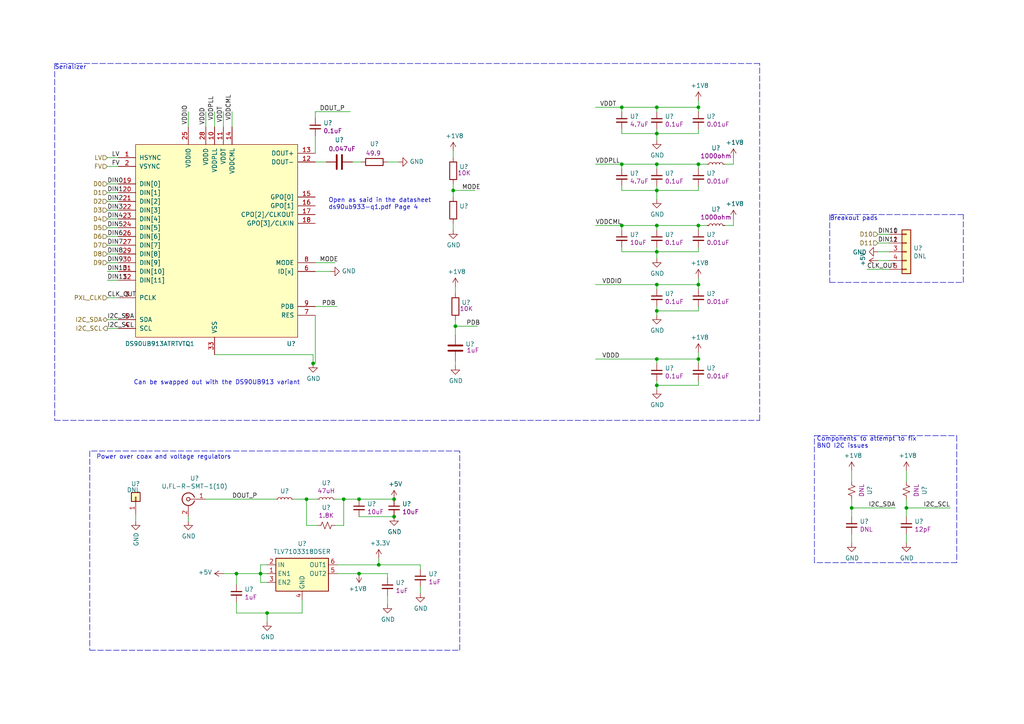
<source format=kicad_sch>
(kicad_sch (version 20211123) (generator eeschema)
  (paper "A4")
  (title_block (title "Miniscope-V4-Rigid-Flex") (date "2021-01-05") (rev "4.41") (company "Aharoni Lab"))
  (lib_symbols
    (symbol ".Capacitor:GRM033R61A104ME15D" (pin_numbers hide) (pin_names (offset 0.254) hide)
      (property "Reference" "C" (at 0.254 1.778 0))
      (property "Note" "0.1uF" (at 2.794 -2.032 0))
      (symbol "GRM033R61A104ME15D_0_1"
        (polyline (pts (xy -1.524 -0.508) (xy 1.524 -0.508)) (stroke (width 0.3302)))
        (polyline (pts (xy -1.524 0.508) (xy 1.524 0.508)) (stroke (width 0.3048)))
      )
      (symbol "GRM033R61A104ME15D_1_1"
        (pin passive line (at 0 2.54 270) (length 2.032) (name "~") (number "1"))
        (pin passive line (at 0 -2.54 90) (length 2.032) (name "~") (number "2"))
      )
    )
    (symbol ".Capacitor:GRM155R60J106ME15D" (pin_numbers hide) (pin_names (offset 0.254) hide)
      (property "Reference" "C" (at 0.254 1.778 0))
      (property "Note" "10uF" (at 2.794 -2.032 0))
      (symbol "GRM155R60J106ME15D_0_1"
        (polyline (pts (xy -1.524 -0.508) (xy 1.524 -0.508)) (stroke (width 0.3302)))
        (polyline (pts (xy -1.524 0.508) (xy 1.524 0.508)) (stroke (width 0.3048)))
      )
      (symbol "GRM155R60J106ME15D_1_1"
        (pin passive line (at 0 2.54 270) (length 2.032) (name "~") (number "1"))
        (pin passive line (at 0 -2.54 90) (length 2.032) (name "~") (number "2"))
      )
    )
    (symbol ".Connector:Conn_01x01" (pin_names (offset 1.016) hide)
      (property "Reference" "J" (at 0 2.54 0))
      (property "Value" "Conn_01x01" (at 0 -2.54 0))
      (symbol "Conn_01x01_1_1"
        (rectangle (start -1.27 0.127) (end 0 -0.127) (stroke (width 0.1524)))
        (rectangle (start -1.27 1.27) (end 1.27 -1.27) (stroke (width 0.254)) (fill (type background)))
        (pin passive line (at -5.08 0 0) (length 3.81) (name "Pin_1") (number "1"))
      )
    )
    (symbol ".Connector:SMA-J-P-H-RA-TH1" (pin_names (offset 1.016) hide)
      (property "Reference" "J" (at 0.254 3.048 0))
      (property "Value" "SMA-J-P-H-RA-TH1" (at 2.921 0 90))
      (symbol "SMA-J-P-H-RA-TH1_0_1"
        (arc (start -1.778 -0.508) (mid 0.2311 -1.8066) (end 1.778 0) (stroke (width 0.254)))
        (polyline (pts (xy -2.54 0) (xy -0.508 0)))
        (polyline (pts (xy 0 -2.54) (xy 0 -1.778)))
        (circle (center 0 0) (radius 0.508) (stroke (width 0.2032)))
        (arc (start 1.778 0) (mid 0.2099 1.8101) (end -1.778 0.508) (stroke (width 0.254)))
      )
      (symbol "SMA-J-P-H-RA-TH1_1_1"
        (pin passive line (at -5.08 0 0) (length 2.54) (name "In") (number "1"))
        (pin passive line (at 0 -5.08 90) (length 2.54) (name "Ext") (number "2"))
      )
    )
    (symbol ".Device:C" (pin_numbers hide) (pin_names (offset 0.254))
      (property "Reference" "C" (at 0.635 2.54 0))
      (property "Value" "C" (at 0.635 -2.54 0))
      (symbol "C_0_1"
        (polyline (pts (xy -2.032 -0.762) (xy 2.032 -0.762)) (stroke (width 0.508)))
        (polyline (pts (xy -2.032 0.762) (xy 2.032 0.762)) (stroke (width 0.508)))
      )
      (symbol "C_1_1"
        (pin passive line (at 0 3.81 270) (length 2.794) (name "~") (number "1"))
        (pin passive line (at 0 -3.81 90) (length 2.794) (name "~") (number "2"))
      )
    )
    (symbol ".Device:C_Small" (pin_numbers hide) (pin_names (offset 0.254) hide)
      (property "Reference" "C" (at 0.254 1.778 0))
      (property "Value" "C_Small" (at 0.254 -2.032 0))
      (symbol "C_Small_0_1"
        (polyline (pts (xy -1.524 -0.508) (xy 1.524 -0.508)) (stroke (width 0.3302)))
        (polyline (pts (xy -1.524 0.508) (xy 1.524 0.508)) (stroke (width 0.3048)))
      )
      (symbol "C_Small_1_1"
        (pin passive line (at 0 2.54 270) (length 2.032) (name "~") (number "1"))
        (pin passive line (at 0 -2.54 90) (length 2.032) (name "~") (number "2"))
      )
    )
    (symbol ".Device:L_Small" (pin_numbers hide) (pin_names (offset 0.254) hide)
      (property "Reference" "L" (at 0.762 1.016 0))
      (property "Value" "L_Small" (at 0.762 -1.016 0))
      (symbol "L_Small_0_1"
        (arc (start 0 -2.032) (mid 0.508 -1.524) (end 0 -1.016))
        (arc (start 0 -1.016) (mid 0.508 -0.508) (end 0 0))
        (arc (start 0 0) (mid 0.508 0.508) (end 0 1.016))
        (arc (start 0 1.016) (mid 0.508 1.524) (end 0 2.032))
      )
      (symbol "L_Small_1_1"
        (pin passive line (at 0 2.54 270) (length 0.508) (name "~") (number "1"))
        (pin passive line (at 0 -2.54 90) (length 0.508) (name "~") (number "2"))
      )
    )
    (symbol ".Device:R_Small_US" (pin_numbers hide) (pin_names (offset 0.254) hide)
      (property "Reference" "R" (at 0.762 0.508 0))
      (property "Value" "R_Small_US" (at 0.762 -1.016 0))
      (symbol "R_Small_US_1_1"
        (polyline (pts (xy 0 0) (xy 1.016 -0.381) (xy 0 -0.762) (xy -1.016 -1.143) (xy 0 -1.524)))
        (polyline (pts (xy 0 1.524) (xy 1.016 1.143) (xy 0 0.762) (xy -1.016 0.381) (xy 0 0)))
        (pin passive line (at 0 2.54 270) (length 1.016) (name "~") (number "1"))
        (pin passive line (at 0 -2.54 90) (length 1.016) (name "~") (number "2"))
      )
    )
    (symbol ".Inductor:ADL3225V-470MT-TL000" (pin_numbers hide) (pin_names (offset 0.254) hide)
      (property "Reference" "L" (at 0.762 1.016 0))
      (property "Note" "47uH" (at 3.302 -1.524 0))
      (symbol "ADL3225V-470MT-TL000_0_1"
        (arc (start 0 -2.032) (mid 0.508 -1.524) (end 0 -1.016))
        (arc (start 0 -1.016) (mid 0.508 -0.508) (end 0 0))
        (arc (start 0 0) (mid 0.508 0.508) (end 0 1.016))
        (arc (start 0 1.016) (mid 0.508 1.524) (end 0 2.032))
      )
      (symbol "ADL3225V-470MT-TL000_1_1"
        (pin passive line (at 0 2.54 270) (length 0.508) (name "~") (number "1"))
        (pin passive line (at 0 -2.54 90) (length 0.508) (name "~") (number "2"))
      )
    )
    (symbol ".Regulator_Linear:TLV7103318DSER"
      (property "Reference" "U" (at -3.81 5.715 0))
      (property "Value" "TLV7103318DSER" (at 0 5.715 0))
      (symbol "TLV7103318DSER_0_1"
        (rectangle (start -5.08 4.445) (end 10.16 -5.08) (stroke (width 0.254)) (fill (type background)))
      )
      (symbol "TLV7103318DSER_1_1"
        (pin input line (at -7.62 0 0) (length 2.54) (name "EN1") (number "1"))
        (pin power_in line (at -7.62 2.54 0) (length 2.54) (name "IN") (number "2"))
        (pin input line (at -7.62 -2.54 0) (length 2.54) (name "EN2") (number "3"))
        (pin power_in line (at 2.54 -7.62 90) (length 2.54) (name "GND") (number "4"))
        (pin power_out line (at 12.7 0 180) (length 2.54) (name "OUT2") (number "5"))
        (pin power_out line (at 12.7 2.54 180) (length 2.54) (name "OUT1") (number "6"))
      )
    )
    (symbol ".SERDES:DS90UB933-Q1" (pin_names (offset 1.016))
      (property "Reference" "U" (at -17.78 13.97 0))
      (property "Value" "DS90UB933-Q1" (at 24.13 12.7 0))
      (symbol "DS90UB933-Q1_0_1"
        (rectangle (start -17.78 11.43) (end 29.21 -44.45) (fill (type background)))
      )
      (symbol "DS90UB933-Q1_1_1"
        (pin input line (at -22.86 7.62 0) (length 5.08) (name "HSYNC") (number "1"))
        (pin power_in line (at 5.08 16.51 270) (length 5.08) (name "VDDPLL") (number "10"))
        (pin power_in line (at 7.62 16.51 270) (length 5.08) (name "VDDT") (number "11"))
        (pin bidirectional line (at 34.29 6.35 180) (length 5.08) (name "DOUT-") (number "12"))
        (pin bidirectional line (at 34.29 8.89 180) (length 5.08) (name "DOUT+") (number "13"))
        (pin power_in line (at 10.16 16.51 270) (length 5.08) (name "VDDCML") (number "14"))
        (pin output line (at 34.29 -3.81 180) (length 5.08) (name "GPO[0]") (number "15"))
        (pin output line (at 34.29 -6.35 180) (length 5.08) (name "GPO[1]") (number "16"))
        (pin output line (at 34.29 -8.89 180) (length 5.08) (name "CPO[2]/CLKOUT") (number "17"))
        (pin bidirectional line (at 34.29 -11.43 180) (length 5.08) (name "GPO[3]/CLKIN") (number "18"))
        (pin input line (at -22.86 0 0) (length 5.08) (name "DIN[0]") (number "19"))
        (pin input line (at -22.86 5.08 0) (length 5.08) (name "VSYNC") (number "2"))
        (pin input line (at -22.86 -2.54 0) (length 5.08) (name "DIN[1]") (number "20"))
        (pin input line (at -22.86 -5.08 0) (length 5.08) (name "DIN[2]") (number "21"))
        (pin input line (at -22.86 -7.62 0) (length 5.08) (name "DIN[3]") (number "22"))
        (pin input line (at -22.86 -10.16 0) (length 5.08) (name "DIN[4]") (number "23"))
        (pin input line (at -22.86 -12.7 0) (length 5.08) (name "DIN[5]") (number "24"))
        (pin power_in line (at -2.54 16.51 270) (length 5.08) (name "VDDIO") (number "25"))
        (pin input line (at -22.86 -15.24 0) (length 5.08) (name "DIN[6]") (number "26"))
        (pin input line (at -22.86 -17.78 0) (length 5.08) (name "DIN[7]") (number "27"))
        (pin power_in line (at 2.54 16.51 270) (length 5.08) (name "VDDD") (number "28"))
        (pin input line (at -22.86 -20.32 0) (length 5.08) (name "DIN[8]") (number "29"))
        (pin input line (at -22.86 -33.02 0) (length 5.08) (name "PCLK") (number "3"))
        (pin input line (at -22.86 -22.86 0) (length 5.08) (name "DIN[9]") (number "30"))
        (pin input line (at -22.86 -25.4 0) (length 5.08) (name "DIN[10]") (number "31"))
        (pin input line (at -22.86 -27.94 0) (length 5.08) (name "DIN[11]") (number "32"))
        (pin power_in line (at 5.08 -49.53 90) (length 5.08) (name "VSS") (number "33"))
        (pin bidirectional line (at -22.86 -41.91 0) (length 5.08) (name "SCL") (number "4"))
        (pin bidirectional line (at -22.86 -39.37 0) (length 5.08) (name "SDA") (number "5"))
        (pin bidirectional line (at 34.29 -25.4 180) (length 5.08) (name "ID[x]") (number "6"))
        (pin bidirectional line (at 34.29 -38.1 180) (length 5.08) (name "RES") (number "7"))
        (pin bidirectional line (at 34.29 -22.86 180) (length 5.08) (name "MODE") (number "8"))
        (pin bidirectional line (at 34.29 -35.56 180) (length 5.08) (name "PDB") (number "9"))
      )
    )
    (symbol "Connector_Generic:Conn_01x05" (pin_names (offset 1.016) hide)
      (property "Reference" "J" (at 0 7.62 0))
      (property "Value" "Conn_01x05" (at 0 -7.62 0))
      (symbol "Conn_01x05_1_1"
        (rectangle (start -1.27 -4.953) (end 0 -5.207) (stroke (width 0.1524)))
        (rectangle (start -1.27 -2.413) (end 0 -2.667) (stroke (width 0.1524)))
        (rectangle (start -1.27 0.127) (end 0 -0.127) (stroke (width 0.1524)))
        (rectangle (start -1.27 2.667) (end 0 2.413) (stroke (width 0.1524)))
        (rectangle (start -1.27 5.207) (end 0 4.953) (stroke (width 0.1524)))
        (rectangle (start -1.27 6.35) (end 1.27 -6.35) (stroke (width 0.254)) (fill (type background)))
        (pin passive line (at -5.08 5.08 0) (length 3.81) (name "Pin_1") (number "1"))
        (pin passive line (at -5.08 2.54 0) (length 3.81) (name "Pin_2") (number "2"))
        (pin passive line (at -5.08 0 0) (length 3.81) (name "Pin_3") (number "3"))
        (pin passive line (at -5.08 -2.54 0) (length 3.81) (name "Pin_4") (number "4"))
        (pin passive line (at -5.08 -5.08 0) (length 3.81) (name "Pin_5") (number "5"))
      )
    )
    (symbol "Device:R" (pin_numbers hide) (pin_names (offset 0))
      (property "Reference" "R" (at 2.032 0 90))
      (property "Value" "R" (at 0 0 90))
      (symbol "R_0_1"
        (rectangle (start -1.016 -2.54) (end 1.016 2.54) (stroke (width 0.254)))
      )
      (symbol "R_1_1"
        (pin passive line (at 0 3.81 270) (length 1.27) (name "~") (number "1"))
        (pin passive line (at 0 -3.81 90) (length 1.27) (name "~") (number "2"))
      )
    )
    (symbol "power:+1V8" (power) (pin_names (offset 0))
      (property "Value" "+1V8" (at 0 3.556 0))
      (symbol "+1V8_0_1"
        (polyline (pts (xy -0.762 1.27) (xy 0 2.54)))
        (polyline (pts (xy 0 0) (xy 0 2.54)))
        (polyline (pts (xy 0 2.54) (xy 0.762 1.27)))
      )
      (symbol "+1V8_1_1"
        (pin power_in line (at 0 0 90) (length 0) hide (name "+1V8") (number "1"))
      )
    )
    (symbol "power:+3.3V" (power) (pin_names (offset 0))
      (property "Value" "+3.3V" (at 0 3.556 0))
      (symbol "+3.3V_0_1"
        (polyline (pts (xy -0.762 1.27) (xy 0 2.54)))
        (polyline (pts (xy 0 0) (xy 0 2.54)))
        (polyline (pts (xy 0 2.54) (xy 0.762 1.27)))
      )
      (symbol "+3.3V_1_1"
        (pin power_in line (at 0 0 90) (length 0) hide (name "+3.3V") (number "1"))
      )
    )
    (symbol "power:+5V" (power) (pin_names (offset 0))
      (property "Value" "+5V" (at 0 3.556 0))
      (symbol "+5V_0_1"
        (polyline (pts (xy -0.762 1.27) (xy 0 2.54)))
        (polyline (pts (xy 0 0) (xy 0 2.54)))
        (polyline (pts (xy 0 2.54) (xy 0.762 1.27)))
      )
      (symbol "+5V_1_1"
        (pin power_in line (at 0 0 90) (length 0) hide (name "+5V") (number "1"))
      )
    )
    (symbol "power:GND" (power) (pin_names (offset 0))
      (property "Value" "GND" (at 0 -3.81 0))
      (symbol "GND_0_1"
        (polyline (pts (xy 0 0) (xy 0 -1.27) (xy 1.27 -1.27) (xy 0 -2.54) (xy -1.27 -1.27) (xy 0 -1.27)))
      )
      (symbol "GND_1_1"
        (pin power_in line (at 0 0 270) (length 0) hide (name "GND") (number "1"))
      )
    )
  )
  (junction (at 202.565 47.625))
  (junction (at 180.34 31.115))
  (junction (at 190.5 47.625))
  (junction (at 190.5 90.17))
  (junction (at 190.5 55.245))
  (junction (at 132.08 94.615))
  (junction (at 190.5 104.14))
  (junction (at 104.14 166.37))
  (junction (at 202.565 82.55))
  (junction (at 190.5 82.55))
  (junction (at 75.565 166.37))
  (junction (at 114.3 144.78))
  (junction (at 190.5 31.115))
  (junction (at 202.565 65.405))
  (junction (at 190.5 73.025))
  (junction (at 190.5 38.735))
  (junction (at 180.34 65.405))
  (junction (at 247.015 147.32))
  (junction (at 202.565 31.115))
  (junction (at 99.695 144.78))
  (junction (at 202.565 104.14))
  (junction (at 104.14 144.78))
  (junction (at 77.47 177.8))
  (junction (at 109.855 163.83))
  (junction (at 68.58 166.37))
  (junction (at 114.3 149.86))
  (junction (at 90.805 105.41))
  (junction (at 190.5 65.405))
  (junction (at 88.9 144.78))
  (junction (at 262.89 147.32))
  (junction (at 131.445 55.245))
  (junction (at 190.5 111.76))
  (junction (at 180.34 47.625))
  (wire (pts (xy 121.92 170.18) (xy 121.92 172.085)))
  (wire (pts (xy 212.725 63.5) (xy 212.725 65.405)))
  (wire (pts (xy 180.34 65.405) (xy 190.5 65.405)))
  (wire (pts (xy 75.565 166.37) (xy 75.565 168.91)))
  (wire (pts (xy 31.115 92.71) (xy 34.29 92.71)))
  (wire (pts (xy 202.565 102.235) (xy 202.565 104.14)))
  (wire (pts (xy 34.29 76.2) (xy 31.115 76.2)))
  (wire (pts (xy 62.23 32.385) (xy 62.23 36.83)))
  (wire (pts (xy 77.47 177.8) (xy 87.63 177.8)))
  (wire (pts (xy 34.29 81.28) (xy 31.115 81.28)))
  (wire (pts (xy 75.565 168.91) (xy 77.47 168.91)))
  (polyline (pts (xy 236.22 163.195) (xy 236.22 126.365)))
  (wire (pts (xy 34.29 71.12) (xy 31.115 71.12)))
  (polyline (pts (xy 26.035 130.81) (xy 26.035 188.595)))
  (wire (pts (xy 202.565 73.025) (xy 190.5 73.025)))
  (wire (pts (xy 190.5 71.755) (xy 190.5 73.025)))
  (polyline (pts (xy 277.495 126.365) (xy 277.495 163.195)))
  (wire (pts (xy 190.5 55.245) (xy 190.5 57.785)))
  (polyline (pts (xy 277.495 163.195) (xy 236.22 163.195)))
  (wire (pts (xy 67.31 32.385) (xy 67.31 36.83)))
  (wire (pts (xy 104.14 166.37) (xy 112.395 166.37)))
  (polyline (pts (xy 279.4 62.23) (xy 240.665 62.23)))
  (wire (pts (xy 88.9 144.78) (xy 85.09 144.78)))
  (wire (pts (xy 247.015 147.32) (xy 247.015 149.86)))
  (wire (pts (xy 92.075 152.4) (xy 88.9 152.4)))
  (wire (pts (xy 190.5 83.82) (xy 190.5 82.55)))
  (wire (pts (xy 190.5 47.625) (xy 202.565 47.625)))
  (wire (pts (xy 262.89 147.32) (xy 275.59 147.32)))
  (wire (pts (xy 59.69 32.385) (xy 59.69 36.83)))
  (wire (pts (xy 137.795 55.245) (xy 131.445 55.245)))
  (wire (pts (xy 202.565 80.645) (xy 202.565 82.55)))
  (wire (pts (xy 77.47 180.34) (xy 77.47 177.8)))
  (wire (pts (xy 202.565 48.895) (xy 202.565 47.625)))
  (wire (pts (xy 190.5 113.03) (xy 190.5 111.76)))
  (wire (pts (xy 180.34 32.385) (xy 180.34 31.115)))
  (wire (pts (xy 34.29 60.96) (xy 31.115 60.96)))
  (wire (pts (xy 109.855 163.83) (xy 109.855 161.925)))
  (wire (pts (xy 202.565 105.41) (xy 202.565 104.14)))
  (wire (pts (xy 190.5 31.115) (xy 202.565 31.115)))
  (wire (pts (xy 114.3 144.78) (xy 104.14 144.78)))
  (wire (pts (xy 132.08 83.185) (xy 132.08 85.09)))
  (wire (pts (xy 202.565 55.245) (xy 190.5 55.245)))
  (wire (pts (xy 190.5 37.465) (xy 190.5 38.735)))
  (wire (pts (xy 202.565 38.735) (xy 190.5 38.735)))
  (polyline (pts (xy 15.875 121.92) (xy 220.345 121.92)))
  (wire (pts (xy 75.565 163.83) (xy 75.565 166.37)))
  (wire (pts (xy 262.89 154.94) (xy 262.89 157.48)))
  (wire (pts (xy 138.43 94.615) (xy 132.08 94.615)))
  (wire (pts (xy 190.5 105.41) (xy 190.5 104.14)))
  (polyline (pts (xy 240.665 81.915) (xy 279.4 81.915)))
  (wire (pts (xy 262.89 144.78) (xy 262.89 147.32)))
  (wire (pts (xy 97.79 88.9) (xy 91.44 88.9)))
  (wire (pts (xy 247.015 147.32) (xy 259.715 147.32)))
  (wire (pts (xy 202.565 111.76) (xy 190.5 111.76)))
  (wire (pts (xy 202.565 88.9) (xy 202.565 90.17)))
  (wire (pts (xy 212.725 65.405) (xy 210.185 65.405)))
  (wire (pts (xy 131.445 55.245) (xy 131.445 57.15)))
  (wire (pts (xy 112.395 46.99) (xy 115.57 46.99)))
  (wire (pts (xy 99.695 152.4) (xy 97.155 152.4)))
  (wire (pts (xy 121.92 163.83) (xy 121.92 165.1)))
  (wire (pts (xy 34.29 55.88) (xy 31.115 55.88)))
  (wire (pts (xy 91.44 91.44) (xy 91.44 105.41)))
  (polyline (pts (xy 220.345 18.415) (xy 15.875 18.415)))
  (wire (pts (xy 202.565 53.975) (xy 202.565 55.245)))
  (polyline (pts (xy 279.4 81.915) (xy 279.4 62.23)))
  (polyline (pts (xy 133.35 188.595) (xy 133.35 130.81)))
  (wire (pts (xy 172.72 47.625) (xy 180.34 47.625)))
  (wire (pts (xy 54.61 32.385) (xy 54.61 36.83)))
  (polyline (pts (xy 240.665 62.23) (xy 240.665 81.915)))
  (wire (pts (xy 99.695 144.78) (xy 104.14 144.78)))
  (wire (pts (xy 34.29 45.72) (xy 31.115 45.72)))
  (wire (pts (xy 212.725 45.72) (xy 212.725 47.625)))
  (wire (pts (xy 190.5 66.675) (xy 190.5 65.405)))
  (wire (pts (xy 172.72 82.55) (xy 190.5 82.55)))
  (wire (pts (xy 190.5 88.9) (xy 190.5 90.17)))
  (wire (pts (xy 91.44 32.385) (xy 101.6 32.385)))
  (wire (pts (xy 31.115 86.36) (xy 34.29 86.36)))
  (wire (pts (xy 180.34 71.755) (xy 180.34 73.025)))
  (wire (pts (xy 180.34 66.675) (xy 180.34 65.405)))
  (wire (pts (xy 64.77 32.385) (xy 64.77 36.83)))
  (wire (pts (xy 262.89 139.7) (xy 262.89 136.525)))
  (wire (pts (xy 254.635 67.945) (xy 257.81 67.945)))
  (wire (pts (xy 247.015 139.7) (xy 247.015 136.525)))
  (wire (pts (xy 102.235 46.99) (xy 104.775 46.99)))
  (wire (pts (xy 31.115 48.26) (xy 34.29 48.26)))
  (wire (pts (xy 131.445 64.77) (xy 131.445 66.675)))
  (wire (pts (xy 212.725 47.625) (xy 210.185 47.625)))
  (wire (pts (xy 92.075 144.78) (xy 88.9 144.78)))
  (wire (pts (xy 68.58 174.625) (xy 68.58 177.8)))
  (wire (pts (xy 39.37 151.13) (xy 39.37 149.225)))
  (wire (pts (xy 59.69 144.78) (xy 80.01 144.78)))
  (wire (pts (xy 190.5 82.55) (xy 202.565 82.55)))
  (wire (pts (xy 190.5 91.44) (xy 190.5 90.17)))
  (polyline (pts (xy 26.035 188.595) (xy 133.35 188.595)))
  (wire (pts (xy 202.565 37.465) (xy 202.565 38.735)))
  (wire (pts (xy 172.72 104.14) (xy 190.5 104.14)))
  (wire (pts (xy 91.44 39.37) (xy 91.44 44.45)))
  (wire (pts (xy 99.695 144.78) (xy 99.695 152.4)))
  (wire (pts (xy 262.89 147.32) (xy 262.89 149.86)))
  (wire (pts (xy 87.63 177.8) (xy 87.63 173.99)))
  (wire (pts (xy 190.5 32.385) (xy 190.5 31.115)))
  (wire (pts (xy 180.34 48.895) (xy 180.34 47.625)))
  (wire (pts (xy 202.565 32.385) (xy 202.565 31.115)))
  (polyline (pts (xy 220.345 121.92) (xy 220.345 18.415)))
  (wire (pts (xy 254.635 73.025) (xy 257.81 73.025)))
  (wire (pts (xy 91.44 78.74) (xy 95.885 78.74)))
  (wire (pts (xy 254.635 75.565) (xy 257.81 75.565)))
  (wire (pts (xy 91.44 105.41) (xy 90.805 105.41)))
  (wire (pts (xy 64.77 166.37) (xy 68.58 166.37)))
  (wire (pts (xy 68.58 177.8) (xy 77.47 177.8)))
  (wire (pts (xy 202.565 110.49) (xy 202.565 111.76)))
  (wire (pts (xy 190.5 65.405) (xy 202.565 65.405)))
  (wire (pts (xy 112.395 172.72) (xy 112.395 175.26)))
  (wire (pts (xy 104.14 149.86) (xy 114.3 149.86)))
  (wire (pts (xy 190.5 38.735) (xy 180.34 38.735)))
  (wire (pts (xy 202.565 29.21) (xy 202.565 31.115)))
  (wire (pts (xy 112.395 167.64) (xy 112.395 166.37)))
  (wire (pts (xy 254.635 70.485) (xy 257.81 70.485)))
  (wire (pts (xy 34.29 66.04) (xy 31.115 66.04)))
  (wire (pts (xy 202.565 90.17) (xy 190.5 90.17)))
  (wire (pts (xy 190.5 55.245) (xy 180.34 55.245)))
  (wire (pts (xy 34.29 58.42) (xy 31.115 58.42)))
  (wire (pts (xy 77.47 166.37) (xy 75.565 166.37)))
  (wire (pts (xy 77.47 163.83) (xy 75.565 163.83)))
  (wire (pts (xy 190.5 53.975) (xy 190.5 55.245)))
  (wire (pts (xy 34.29 73.66) (xy 31.115 73.66)))
  (wire (pts (xy 190.5 73.025) (xy 180.34 73.025)))
  (polyline (pts (xy 133.35 130.81) (xy 26.035 130.81)))
  (polyline (pts (xy 236.22 126.365) (xy 277.495 126.365)))
  (wire (pts (xy 202.565 65.405) (xy 205.105 65.405)))
  (wire (pts (xy 202.565 71.755) (xy 202.565 73.025)))
  (wire (pts (xy 190.5 48.895) (xy 190.5 47.625)))
  (wire (pts (xy 190.5 110.49) (xy 190.5 111.76)))
  (wire (pts (xy 97.155 144.78) (xy 99.695 144.78)))
  (wire (pts (xy 131.445 43.815) (xy 131.445 45.72)))
  (wire (pts (xy 131.445 53.34) (xy 131.445 55.245)))
  (wire (pts (xy 88.9 152.4) (xy 88.9 144.78)))
  (wire (pts (xy 190.5 73.025) (xy 190.5 74.93)))
  (wire (pts (xy 132.08 104.775) (xy 132.08 106.045)))
  (wire (pts (xy 172.72 31.115) (xy 180.34 31.115)))
  (wire (pts (xy 97.79 163.83) (xy 109.855 163.83)))
  (wire (pts (xy 34.29 63.5) (xy 31.115 63.5)))
  (wire (pts (xy 202.565 83.82) (xy 202.565 82.55)))
  (wire (pts (xy 62.23 102.87) (xy 90.805 102.87)))
  (wire (pts (xy 91.44 34.29) (xy 91.44 32.385)))
  (wire (pts (xy 247.015 154.94) (xy 247.015 157.48)))
  (wire (pts (xy 190.5 104.14) (xy 202.565 104.14)))
  (wire (pts (xy 34.29 78.74) (xy 31.115 78.74)))
  (wire (pts (xy 202.565 47.625) (xy 205.105 47.625)))
  (wire (pts (xy 31.115 95.25) (xy 34.29 95.25)))
  (wire (pts (xy 109.855 163.83) (xy 121.92 163.83)))
  (wire (pts (xy 90.805 102.87) (xy 90.805 105.41)))
  (wire (pts (xy 180.34 47.625) (xy 190.5 47.625)))
  (wire (pts (xy 202.565 66.675) (xy 202.565 65.405)))
  (wire (pts (xy 68.58 166.37) (xy 75.565 166.37)))
  (wire (pts (xy 180.34 31.115) (xy 190.5 31.115)))
  (wire (pts (xy 97.155 76.2) (xy 91.44 76.2)))
  (wire (pts (xy 132.08 94.615) (xy 132.08 97.155)))
  (wire (pts (xy 91.44 46.99) (xy 94.615 46.99)))
  (wire (pts (xy 132.08 92.71) (xy 132.08 94.615)))
  (wire (pts (xy 247.015 144.78) (xy 247.015 147.32)))
  (wire (pts (xy 251.46 78.105) (xy 257.81 78.105)))
  (wire (pts (xy 34.29 68.58) (xy 31.115 68.58)))
  (wire (pts (xy 180.34 37.465) (xy 180.34 38.735)))
  (wire (pts (xy 68.58 166.37) (xy 68.58 169.545)))
  (wire (pts (xy 54.61 149.86) (xy 54.61 151.13)))
  (wire (pts (xy 180.34 53.975) (xy 180.34 55.245)))
  (wire (pts (xy 172.72 65.405) (xy 180.34 65.405)))
  (polyline (pts (xy 15.875 18.415) (xy 15.875 121.92)))
  (wire (pts (xy 34.29 53.34) (xy 31.115 53.34)))
  (wire (pts (xy 190.5 40.64) (xy 190.5 38.735)))
  (wire (pts (xy 97.79 166.37) (xy 104.14 166.37)))
  (text "Power over coax and voltage regulators" (at 27.94 133.35 0) (effects (font (size 1.27 1.27)) (justify left bottom)))
  (text "Open as said in the datasheet\nds90ub933-q1.pdf Page 4" (at 95.25 60.96 0) (effects (font (size 1.27 1.27)) (justify left bottom)))
  (text "Components to attempt to fix \nBNO I2C issues" (at 236.855 130.175 0) (effects (font (size 1.27 1.27)) (justify left bottom)))
  (text "Serializer" (at 15.875 20.32 0) (effects (font (size 1.27 1.27)) (justify left bottom)))
  (text "Can be swapped out with the DS90UB913 variant" (at 38.735 111.76 0) (effects (font (size 1.27 1.27)) (justify left bottom)))
  (text "Breakout pads" (at 240.665 64.135 0) (effects (font (size 1.27 1.27)) (justify left bottom)))
  (label "DIN10" (at 31.115 78.74 0))
  (label "DOUT_P" (at 92.71 32.385 0))
  (label "FV" (at 32.385 48.26 0))
  (label "LV" (at 32.385 45.72 0))
  (label "VDDD" (at 174.625 104.14 0))
  (label "CLK_OUT" (at 31.115 86.36 0))
  (label "PDB" (at 93.345 88.9 0))
  (label "VDDIO" (at 54.61 36.195 90))
  (label "I2C_SCL" (at 31.115 95.25 0))
  (label "DIN11" (at 31.115 81.28 0))
  (label "DIN3" (at 31.115 60.96 0))
  (label "DIN0" (at 31.115 53.34 0))
  (label "DIN6" (at 31.115 68.58 0))
  (label "CLK_OUT" (at 251.46 78.105 0))
  (label "DIN4" (at 31.115 63.5 0))
  (label "VDDIO" (at 174.625 82.55 0))
  (label "DIN1" (at 31.115 55.88 0))
  (label "VDDCML" (at 67.31 34.925 90))
  (label "DIN7" (at 31.115 71.12 0))
  (label "MODE" (at 133.985 55.245 0))
  (label "VDDT" (at 173.99 31.115 0))
  (label "MODE" (at 92.71 76.2 0))
  (label "VDDPLL" (at 172.72 47.625 0))
  (label "DIN8" (at 31.115 73.66 0))
  (label "DIN5" (at 31.115 66.04 0))
  (label "DIN2" (at 31.115 58.42 0))
  (label "DIN9" (at 31.115 76.2 0))
  (label "PDB" (at 135.255 94.615 0))
  (label "I2C_SDA" (at 259.715 147.32 180))
  (label "I2C_SDA" (at 31.115 92.71 0))
  (label "VDDT" (at 64.77 35.56 90))
  (label "DIN10" (at 254.635 67.945 0))
  (label "VDDPLL" (at 62.23 34.925 90))
  (label "VDDCML" (at 172.72 65.405 0))
  (label "VDDD" (at 59.69 36.195 90))
  (label "DIN11" (at 254.635 70.485 0))
  (label "I2C_SCL" (at 275.59 147.32 180))
  (label "DOUT_P" (at 67.31 144.78 0))
  (hierarchical_label "D1" (shape input) (at 31.115 55.88 180))
  (hierarchical_label "D11" (shape input) (at 254.635 70.485 180))
  (hierarchical_label "D3" (shape input) (at 31.115 60.96 180))
  (hierarchical_label "D9" (shape input) (at 31.115 76.2 180))
  (hierarchical_label "D2" (shape input) (at 31.115 58.42 180))
  (hierarchical_label "D10" (shape input) (at 254.635 67.945 180))
  (hierarchical_label "D6" (shape input) (at 31.115 68.58 180))
  (hierarchical_label "FV" (shape input) (at 31.115 48.26 180))
  (hierarchical_label "D0" (shape input) (at 31.115 53.34 180))
  (hierarchical_label "PXL_CLK" (shape input) (at 31.115 86.36 180))
  (hierarchical_label "I2C_SDA" (shape bidirectional) (at 31.115 92.71 180))
  (hierarchical_label "LV" (shape input) (at 31.115 45.72 180))
  (hierarchical_label "D8" (shape input) (at 31.115 73.66 180))
  (hierarchical_label "I2C_SCL" (shape output) (at 31.115 95.25 180))
  (hierarchical_label "D5" (shape input) (at 31.115 66.04 180))
  (hierarchical_label "D4" (shape input) (at 31.115 63.5 180))
  (hierarchical_label "D7" (shape input) (at 31.115 71.12 180))
  (symbol (lib_id ".SERDES:DS90UB933-Q1") (at 57.15 53.34 0) (unit 1)
    (property "Value" "DS90UB913ATRTVTQ1" (at 46.355 99.695 0))
    (property "Footprint" ".Package_QFN:QFN_33_P50_500X500X80L40X24T310L" (effects hide))
    (property "Datasheet" "http://www.ti.com/lit/ds/symlink/ds90ub933-q1.pdf" (effects hide))
    (property "Note" "Serializer 913A" (effects hide))
  )
  (symbol (lib_id ".Regulator_Linear:TLV7103318DSER") (at 85.09 166.37 0) (unit 1)
    (property "Value" "TLV7103318DSER" (at 87.63 159.9946 0))
    (property "Footprint" ".Package_SON:SON_6_P50_150X150X80L50X25L" (effects hide))
    (property "Datasheet" "http://www.ti.com/lit/ds/symlink/tlv711.pdf" (effects hide))
  )
  (symbol (lib_id ".Inductor:ADL3225V-470MT-TL000") (at 94.615 144.78 90) (unit 1)
    (property "Value" "ADL3225V-470MT-TL000" (effects hide))
    (property "Footprint" ".Inductor:L_1210_3225Metric_L" (effects hide))
    (property "Datasheet" "https://product.tdk.com/info/en/catalog/datasheets/inductor_automotive_decoupling_adl3225v_en.pdf" (effects hide))
    (property "Note" "47uH" (at 94.615 142.3924 90))
    (property "Size" "1210" (effects hide))
  )
  (symbol (lib_id ".Capacitor:GRM155R60J106ME15D") (at 104.14 147.32 0) (unit 1)
    (property "Value" "GRM155R60J106ME15D" (effects hide))
    (property "Footprint" ".Capacitor:C_0402_1005Metric_L" (effects hide))
    (property "Datasheet" "https://search.murata.co.jp/Ceramy/image/img/A01X/G101/ENG/GRM155R60J106ME15-01.pdf" (effects hide))
    (property "Note" "10uF" (at 106.4768 148.463 0) (effects (justify left)))
    (property "Size" "0402" (effects hide))
  )
  (symbol (lib_id ".Capacitor:GRM155R60J106ME15D") (at 114.3 147.32 0) (unit 1)
    (property "Value" "GRM155R60J106ME15D" (effects hide))
    (property "Footprint" ".Capacitor:C_0402_1005Metric_L" (effects hide))
    (property "Datasheet" "https://search.murata.co.jp/Ceramy/image/img/A01X/G101/ENG/GRM155R60J106ME15-01.pdf" (effects hide))
    (property "Note" "10uF" (at 116.6368 148.463 0) (effects (justify left)))
    (property "Size" "0402" (effects hide))
  )
  (symbol (lib_id "power:GND") (at 114.3 149.86 0) (unit 1)
    (property "Reference" "#PWR0163" (effects hide))
    (property "Value" "GND" (at 114.427 154.2542 0))
  )
  (symbol (lib_id "power:+5V") (at 114.3 144.78 0) (unit 1)
    (property "Reference" "#PWR0164" (effects hide))
    (property "Value" "+5V" (at 114.681 140.3858 0))
  )
  (symbol (lib_id "power:+5V") (at 64.77 166.37 90) (unit 1)
    (property "Reference" "#PWR0169" (effects hide))
    (property "Value" "+5V" (at 61.5188 165.989 90) (effects (justify left)))
  )
  (symbol (lib_id "power:GND") (at 77.47 180.34 0) (unit 1)
    (property "Reference" "#PWR0170" (effects hide))
    (property "Value" "GND" (at 77.597 184.7342 0))
  )
  (symbol (lib_id "power:+3.3V") (at 109.855 161.925 0) (unit 1)
    (property "Reference" "#PWR0171" (effects hide))
    (property "Value" "+3.3V" (at 110.236 157.5308 0))
  )
  (symbol (lib_id "power:+1V8") (at 104.14 166.37 180) (unit 1)
    (property "Reference" "#PWR0172" (effects hide))
    (property "Value" "+1V8" (at 103.759 170.7642 0))
  )
  (symbol (lib_id "power:GND") (at 112.395 175.26 0) (unit 1)
    (property "Reference" "#PWR0173" (effects hide))
    (property "Value" "GND" (at 112.522 179.6542 0))
  )
  (symbol (lib_id "power:GND") (at 90.805 105.41 0) (unit 1)
    (property "Reference" "#PWR0174" (effects hide))
    (property "Value" "GND" (at 90.932 109.8042 0))
  )
  (symbol (lib_id "power:GND") (at 190.5 113.03 0) (unit 1)
    (property "Reference" "#PWR0175" (effects hide))
    (property "Value" "GND" (at 190.627 117.4242 0))
  )
  (symbol (lib_id "power:+1V8") (at 202.565 29.21 0) (unit 1)
    (property "Reference" "#PWR0176" (effects hide))
    (property "Value" "+1V8" (at 202.946 24.8158 0))
  )
  (symbol (lib_id "power:+1V8") (at 212.725 45.72 0) (unit 1)
    (property "Reference" "#PWR0177" (effects hide))
    (property "Value" "+1V8" (at 213.106 41.3258 0))
  )
  (symbol (lib_id "power:+1V8") (at 202.565 102.235 0) (unit 1)
    (property "Reference" "#PWR0178" (effects hide))
    (property "Value" "+1V8" (at 202.946 97.8408 0))
  )
  (symbol (lib_id "power:GND") (at 54.61 151.13 0) (unit 1)
    (property "Reference" "#PWR0197" (effects hide))
    (property "Value" "GND" (at 54.737 155.5242 0))
  )
  (symbol (lib_id "power:GND") (at 190.5 40.64 0) (unit 1)
    (property "Reference" "#PWR0179" (effects hide))
    (property "Value" "GND" (at 190.627 45.0342 0))
  )
  (symbol (lib_id "power:GND") (at 190.5 57.785 0) (unit 1)
    (property "Reference" "#PWR0180" (effects hide))
    (property "Value" "GND" (at 190.627 62.1792 0))
  )
  (symbol (lib_id "power:GND") (at 190.5 74.93 0) (unit 1)
    (property "Reference" "#PWR0181" (effects hide))
    (property "Value" "GND" (at 190.627 79.3242 0))
  )
  (symbol (lib_id ".Device:C") (at 98.425 46.99 270) (unit 1)
    (property "Value" "GRM033R61C473KE84D" (effects hide))
    (property "Footprint" ".Capacitor:C_0201_0603Metric_L" (effects hide))
    (property "Note" "0.047uF" (at 95.25 43.18 90) (effects (justify left)))
    (property "Size" "0201" (effects hide))
  )
  (symbol (lib_id ".Connector:Conn_01x01") (at 39.37 144.145 90) (unit 1)
    (property "Value" "DNL" (at 40.6146 142.113 90) (effects (justify left)))
    (property "Footprint" ".Connector:Conn_1x1_100x100_Pad" (effects hide))
  )
  (symbol (lib_id "Device:R") (at 108.585 46.99 270) (unit 1)
    (property "Value" "ERJ-1GNF49R9C" (effects hide))
    (property "Footprint" ".Resistor:R_0201_0603Metric_ERJ_L" (effects hide))
    (property "Note" "49.9" (at 106.045 44.45 90) (effects (justify left)))
    (property "Size" "0201" (effects hide))
  )
  (symbol (lib_id "power:GND") (at 39.37 151.13 0) (unit 1)
    (property "Reference" "#PWR0198" (effects hide))
    (property "Value" "GND" (at 39.497 154.3812 90) (effects (justify right)))
  )
  (symbol (lib_id "power:GND") (at 254.635 73.025 270) (unit 1)
    (property "Reference" "#PWR0195" (effects hide))
    (property "Value" "GND" (at 251.3838 73.152 90) (effects (justify right)))
  )
  (symbol (lib_id "power:GND") (at 115.57 46.99 90) (unit 1)
    (property "Reference" "#PWR0182" (effects hide))
    (property "Value" "GND" (at 118.8212 46.863 90) (effects (justify right)))
  )
  (symbol (lib_id "power:GND") (at 95.885 78.74 90) (unit 1)
    (property "Reference" "#PWR0183" (effects hide))
    (property "Value" "GND" (at 99.1362 78.613 90) (effects (justify right)))
  )
  (symbol (lib_id "Connector_Generic:Conn_01x05") (at 262.89 73.025 0) (unit 1)
    (property "Value" "DNL" (at 264.922 74.2696 0) (effects (justify left)))
    (property "Footprint" ".Connector:B2B_Flex_05_Dual_Row_38milx24mil_Pad_20mil_copy" (effects hide))
  )
  (symbol (lib_id "power:GND") (at 190.5 91.44 0) (unit 1)
    (property "Reference" "#PWR0184" (effects hide))
    (property "Value" "GND" (at 190.627 95.8342 0))
  )
  (symbol (lib_id "power:+1V8") (at 202.565 80.645 0) (unit 1)
    (property "Reference" "#PWR0185" (effects hide))
    (property "Value" "+1V8" (at 202.946 76.2508 0))
  )
  (symbol (lib_id "power:+1V8") (at 131.445 43.815 0) (unit 1)
    (property "Reference" "#PWR0186" (effects hide))
    (property "Value" "+1V8" (at 131.826 39.4208 0))
  )
  (symbol (lib_id "Device:R") (at 131.445 49.53 0) (unit 1)
    (property "Value" "ERJ-1GNF1002C" (effects hide))
    (property "Footprint" ".Resistor:R_0201_0603Metric_ERJ_L" (effects hide))
    (property "Note" "10K" (at 134.62 50.165 0))
    (property "Size" "0201" (effects hide))
  )
  (symbol (lib_id "Device:R") (at 131.445 60.96 0) (unit 1)
    (property "Value" "ERJ-1GNF1003C" (effects hide))
    (property "Footprint" ".Resistor:R_0201_0603Metric_ERJ_L" (effects hide))
    (property "Note" "100K" (effects hide))
    (property "Size" "0201" (effects hide))
  )
  (symbol (lib_id ".Capacitor:GRM033R61A104ME15D") (at 91.44 36.83 0) (unit 1)
    (property "Value" "GRM033R61A104ME15D" (effects hide))
    (property "Footprint" ".Capacitor:C_0201_0603Metric_L" (effects hide))
    (property "Datasheet" "http://search.murata.co.jp/Ceramy/image/img/A01X/G101/ENG/GRM033R61A104ME15-01.pdf" (effects hide))
    (property "Note" "0.1uF" (at 93.7768 37.973 0) (effects (justify left)))
    (property "Size" "0201" (effects hide))
  )
  (symbol (lib_id "power:GND") (at 131.445 66.675 0) (unit 1)
    (property "Reference" "#PWR0187" (effects hide))
    (property "Value" "GND" (at 131.572 71.0692 0))
  )
  (symbol (lib_id ".Device:L_Small") (at 82.55 144.78 90) (unit 1)
    (property "Value" "BLM15HD102SN1D" (effects hide))
    (property "Footprint" "Inductor_SMD:L_0402_1005Metric" (effects hide))
    (property "Note" "1000ohm" (effects hide))
  )
  (symbol (lib_id "power:+1V8") (at 132.08 83.185 0) (unit 1)
    (property "Reference" "#PWR0188" (effects hide))
    (property "Value" "+1V8" (at 132.461 78.7908 0))
  )
  (symbol (lib_id "Device:R") (at 132.08 88.9 0) (unit 1)
    (property "Value" "ERJ-1GNF1002C" (effects hide))
    (property "Footprint" ".Resistor:R_0201_0603Metric_ERJ_L" (effects hide))
    (property "Note" "10K" (at 135.255 89.535 0))
    (property "Size" "0201" (effects hide))
  )
  (symbol (lib_id "power:GND") (at 132.08 106.045 0) (unit 1)
    (property "Reference" "#PWR0189" (effects hide))
    (property "Value" "GND" (at 132.207 110.4392 0))
  )
  (symbol (lib_id ".Device:L_Small") (at 207.645 47.625 90) (unit 1)
    (property "Value" "BLM15HD102SN1D" (effects hide))
    (property "Footprint" "Inductor_SMD:L_0402_1005Metric" (effects hide))
    (property "Note" "1000ohm" (at 207.645 45.2374 90))
  )
  (symbol (lib_id ".Device:C") (at 132.08 100.965 0) (unit 1)
    (property "Value" "GRM033R61A105ME15D" (effects hide))
    (property "Footprint" ".Capacitor:C_0201_0603Metric_L" (effects hide))
    (property "Note" "1uF" (at 137.16 101.6 0))
    (property "Size" "0201" (effects hide))
  )
  (symbol (lib_id "power:+1V8") (at 212.725 63.5 0) (unit 1)
    (property "Reference" "#PWR0191" (effects hide))
    (property "Value" "+1V8" (at 213.106 59.1058 0))
  )
  (symbol (lib_id ".Device:L_Small") (at 207.645 65.405 90) (unit 1)
    (property "Value" "BLM15HD102SN1D" (effects hide))
    (property "Footprint" "Inductor_SMD:L_0402_1005Metric" (effects hide))
    (property "Note" "1000ohm" (at 207.645 63.0174 90))
  )
  (symbol (lib_id "power:GND") (at 121.92 172.085 0) (unit 1)
    (property "Reference" "#PWR0200" (effects hide))
    (property "Value" "GND" (at 122.047 176.4792 0))
  )
  (symbol (lib_id ".Device:C_Small") (at 68.58 172.085 0) (unit 1)
    (property "Value" "GRM033R61A105ME15D" (effects hide))
    (property "Footprint" ".Capacitor:C_0201_0603Metric_L" (effects hide))
    (property "Note" "1uF" (at 70.9168 173.228 0) (effects (justify left)))
    (property "Size" "0201" (effects hide))
  )
  (symbol (lib_id ".Device:C_Small") (at 112.395 170.18 0) (unit 1)
    (property "Value" "GRM033R61A105ME15D" (effects hide))
    (property "Footprint" ".Capacitor:C_0201_0603Metric_L" (effects hide))
    (property "Note" "1uF" (at 114.7318 171.323 0) (effects (justify left)))
    (property "Size" "0201" (effects hide))
  )
  (symbol (lib_id ".Device:C_Small") (at 121.92 167.64 0) (unit 1)
    (property "Value" "GRM033R61A105ME15D" (effects hide))
    (property "Footprint" ".Capacitor:C_0201_0603Metric_L" (effects hide))
    (property "Note" "1uF" (at 124.2568 168.783 0) (effects (justify left)))
    (property "Size" "0201" (effects hide))
  )
  (symbol (lib_id ".Device:C_Small") (at 180.34 34.925 0) (unit 1)
    (property "Value" "GRM155R60J475ME47D" (effects hide))
    (property "Footprint" ".Capacitor:C_0402_1005Metric_L" (effects hide))
    (property "Size" "0402" (effects hide))
    (property "Note" "4.7uF" (at 182.6768 36.068 0) (effects (justify left)))
  )
  (symbol (lib_id ".Device:C_Small") (at 190.5 34.925 0) (unit 1)
    (property "Value" "GRM033R61A104ME15D" (effects hide))
    (property "Footprint" ".Capacitor:C_0201_0603Metric_L" (effects hide))
    (property "Note" "0.1uF" (at 192.8368 36.068 0) (effects (justify left)))
    (property "Size" "0201" (effects hide))
  )
  (symbol (lib_id ".Device:C_Small") (at 202.565 34.925 0) (unit 1)
    (property "Value" "GRM033R71A103KA01D" (effects hide))
    (property "Footprint" ".Capacitor:C_0201_0603Metric_L" (effects hide))
    (property "Note" "0.01uF" (at 204.9018 36.068 0) (effects (justify left)))
    (property "Size" "0201" (effects hide))
  )
  (symbol (lib_id ".Device:C_Small") (at 180.34 51.435 0) (unit 1)
    (property "Value" "GRM155R60J475ME47D" (effects hide))
    (property "Footprint" ".Capacitor:C_0402_1005Metric_L" (effects hide))
    (property "Size" "0402" (effects hide))
    (property "Note" "4.7uF" (at 182.6768 52.578 0) (effects (justify left)))
  )
  (symbol (lib_id ".Device:C_Small") (at 190.5 51.435 0) (unit 1)
    (property "Value" "GRM033R61A104ME15D" (effects hide))
    (property "Footprint" ".Capacitor:C_0201_0603Metric_L" (effects hide))
    (property "Note" "0.1uF" (at 192.8368 52.578 0) (effects (justify left)))
    (property "Size" "0201" (effects hide))
  )
  (symbol (lib_id ".Device:C_Small") (at 202.565 51.435 0) (unit 1)
    (property "Value" "GRM033R71A103KA01D" (effects hide))
    (property "Footprint" ".Capacitor:C_0201_0603Metric_L" (effects hide))
    (property "Note" "0.01uF" (at 204.9018 52.578 0) (effects (justify left)))
    (property "Size" "0201" (effects hide))
  )
  (symbol (lib_id ".Device:C_Small") (at 190.5 69.215 0) (unit 1)
    (property "Value" "GRM033R61A104ME15D" (effects hide))
    (property "Footprint" ".Capacitor:C_0201_0603Metric_L" (effects hide))
    (property "Note" "0.1uF" (at 192.8368 70.358 0) (effects (justify left)))
    (property "Size" "0201" (effects hide))
  )
  (symbol (lib_id ".Device:C_Small") (at 202.565 69.215 0) (unit 1)
    (property "Value" "GRM033R71A103KA01D" (effects hide))
    (property "Footprint" ".Capacitor:C_0201_0603Metric_L" (effects hide))
    (property "Note" "0.01uF" (at 204.9018 70.358 0) (effects (justify left)))
    (property "Size" "0201" (effects hide))
  )
  (symbol (lib_id ".Device:C_Small") (at 180.34 69.215 0) (unit 1)
    (property "Value" "GRM155R60J106ME15D" (effects hide))
    (property "Footprint" ".Capacitor:C_0402_1005Metric_L" (effects hide))
    (property "Note" "10uF" (at 182.6768 70.358 0) (effects (justify left)))
    (property "Size" "0402" (effects hide))
  )
  (symbol (lib_id ".Device:C_Small") (at 190.5 86.36 0) (unit 1)
    (property "Value" "GRM033R61A104ME15D" (effects hide))
    (property "Footprint" ".Capacitor:C_0201_0603Metric_L" (effects hide))
    (property "Note" "0.1uF" (at 192.8368 87.503 0) (effects (justify left)))
    (property "Size" "0201" (effects hide))
  )
  (symbol (lib_id ".Device:C_Small") (at 202.565 86.36 0) (unit 1)
    (property "Value" "GRM033R71A103KA01D" (effects hide))
    (property "Footprint" ".Capacitor:C_0201_0603Metric_L" (effects hide))
    (property "Note" "0.01uF" (at 204.9018 87.503 0) (effects (justify left)))
    (property "Size" "0201" (effects hide))
  )
  (symbol (lib_id ".Device:C_Small") (at 190.5 107.95 0) (unit 1)
    (property "Value" "GRM033R61A104ME15D" (effects hide))
    (property "Footprint" ".Capacitor:C_0201_0603Metric_L" (effects hide))
    (property "Note" "0.1uF" (at 192.8368 109.093 0) (effects (justify left)))
    (property "Size" "0201" (effects hide))
  )
  (symbol (lib_id ".Device:C_Small") (at 202.565 107.95 0) (unit 1)
    (property "Value" "GRM033R71A103KA01D" (effects hide))
    (property "Footprint" ".Capacitor:C_0201_0603Metric_L" (effects hide))
    (property "Note" "0.01uF" (at 204.9018 109.093 0) (effects (justify left)))
    (property "Size" "0201" (effects hide))
  )
  (symbol (lib_id ".Device:R_Small_US") (at 94.615 152.4 270) (unit 1)
    (property "Value" "ERJ-1GNF1801C" (effects hide))
    (property "Footprint" ".Resistor:R_0201_0603Metric_ERJ_L" (effects hide))
    (property "Note" "1.8K" (at 94.615 149.5044 90))
    (property "Size" "0201" (effects hide))
  )
  (symbol (lib_id ".Connector:SMA-J-P-H-RA-TH1") (at 54.61 144.78 0) (mirror y) (unit 1)
    (property "Value" "U.FL-R-SMT-1(10)" (at 56.4388 141.0462 0))
    (property "Footprint" ".Connector:U-FL-R-SMT" (effects hide))
    (property "Datasheet" "http://suddendocs.samtec.com/catalog_english/sma.pdf" (effects hide))
    (property "Note" "Hirose U.FL R" (effects hide))
  )
  (symbol (lib_id "power:+5V") (at 254.635 75.565 90) (unit 1)
    (property "Reference" "#PWR01" (effects hide))
    (property "Value" "+5V" (at 250.2408 75.184 0))
  )
  (symbol (lib_id ".Device:R_Small_US") (at 247.015 142.24 180) (unit 1)
    (property "Value" "DNL" (effects hide))
    (property "Footprint" ".Resistor:R_0201_0603Metric_ERJ_L" (effects hide))
    (property "Note" "DNL" (at 249.9106 142.24 90))
    (property "Size" "0201" (effects hide))
  )
  (symbol (lib_id ".Device:C_Small") (at 247.015 152.4 0) (unit 1)
    (property "Value" "DNL" (effects hide))
    (property "Footprint" ".Capacitor:C_0201_0603Metric_L" (effects hide))
    (property "Datasheet" "https://search.murata.co.jp/Ceramy/image/img/A01X/G101/ENG/GRM155R60J106ME15-01.pdf" (effects hide))
    (property "Note" "DNL" (at 249.3518 153.543 0) (effects (justify left)))
    (property "Size" "0201" (effects hide))
  )
  (symbol (lib_id "power:GND") (at 247.015 157.48 0) (unit 1)
    (property "Reference" "#PWR04" (effects hide))
    (property "Value" "GND" (at 247.142 161.8742 0))
  )
  (symbol (lib_id "power:+1V8") (at 247.015 136.525 0) (unit 1)
    (property "Reference" "#PWR02" (effects hide))
    (property "Value" "+1V8" (at 247.396 132.1308 0))
  )
  (symbol (lib_id ".Device:R_Small_US") (at 262.89 142.24 180) (unit 1)
    (property "Value" "DNL" (effects hide))
    (property "Footprint" ".Resistor:R_0201_0603Metric_ERJ_L" (effects hide))
    (property "Note" "DNL" (at 265.7856 142.24 90))
    (property "Size" "0201" (effects hide))
  )
  (symbol (lib_id "power:GND") (at 262.89 157.48 0) (unit 1)
    (property "Reference" "#PWR05" (effects hide))
    (property "Value" "GND" (at 263.017 161.8742 0))
  )
  (symbol (lib_id "power:+1V8") (at 262.89 136.525 0) (unit 1)
    (property "Reference" "#PWR03" (effects hide))
    (property "Value" "+1V8" (at 263.271 132.1308 0))
  )
  (symbol (lib_id ".Device:C_Small") (at 262.89 152.4 0) (unit 1)
    (property "Value" "12pF" (effects hide))
    (property "Footprint" ".Capacitor:C_0201_0603Metric_L" (effects hide))
    (property "Datasheet" "https://search.murata.co.jp/Ceramy/image/img/A01X/G101/ENG/GRM155R60J106ME15-01.pdf" (effects hide))
    (property "Note" "12pF" (at 265.2268 153.543 0) (effects (justify left)))
    (property "Size" "0201" (effects hide))
  )
)
</source>
